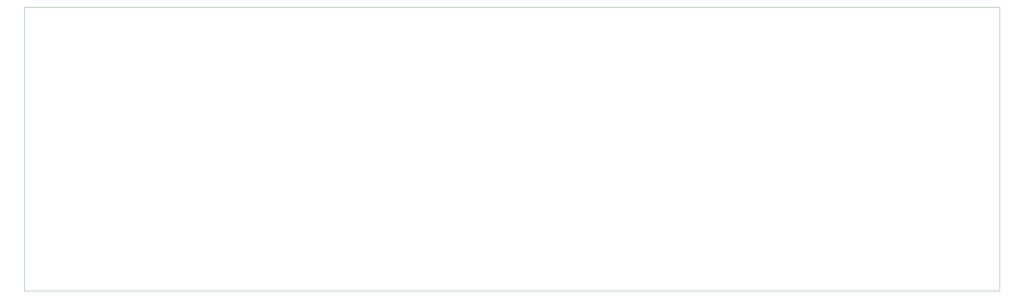
<source format=gm1>
G04 #@! TF.GenerationSoftware,KiCad,Pcbnew,(5.1.12)-1*
G04 #@! TF.CreationDate,2023-01-17T22:17:09+01:00*
G04 #@! TF.ProjectId,arcobaleno memory extension,6172636f-6261-46c6-956e-6f206d656d6f,rev?*
G04 #@! TF.SameCoordinates,Original*
G04 #@! TF.FileFunction,Profile,NP*
%FSLAX46Y46*%
G04 Gerber Fmt 4.6, Leading zero omitted, Abs format (unit mm)*
G04 Created by KiCad (PCBNEW (5.1.12)-1) date 2023-01-17 22:17:09*
%MOMM*%
%LPD*%
G01*
G04 APERTURE LIST*
G04 #@! TA.AperFunction,Profile*
%ADD10C,0.050000*%
G04 #@! TD*
G04 APERTURE END LIST*
D10*
X275347080Y-119901080D02*
X21347080Y-119901080D01*
X275347080Y-45901080D02*
X275347080Y-119901080D01*
X21347080Y-45901080D02*
X275347080Y-45901080D01*
X21347080Y-119901080D02*
X21347080Y-45901080D01*
M02*

</source>
